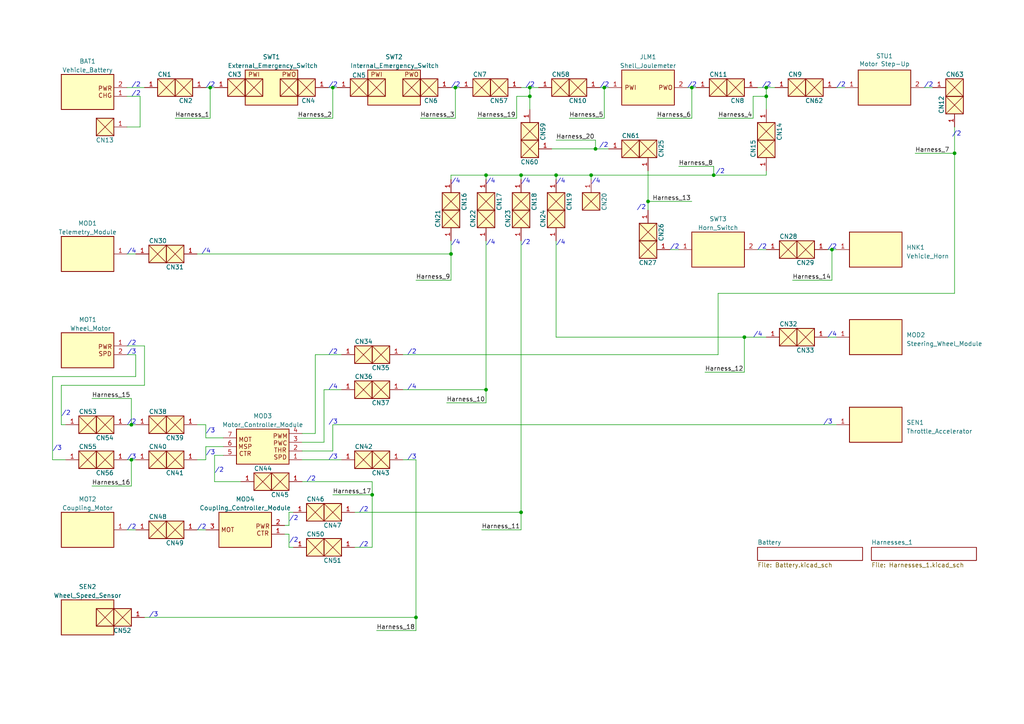
<source format=kicad_sch>
(kicad_sch (version 20231120) (generator "eeschema") (generator_version "8.0")
  (paper "A4")
  (title_block (title "Electrical Diagram - EcoMaua 2024 - Carbonasso") (date "2024-07-11") (rev "V1.0.0") (company "Instituto Mauá de Tecnologia"))
  (lib_symbols
    (symbol "EletricalDiagram_Eco2024:Coupling_Controller_Module" (pin_names (offset 1.016) hide)
      (property "Reference" "MOD" (at 0 6.35 0))
      (property "Value" "Coupling_Controller_Module\n" (at 0 -6.35 0))
      (symbol "Coupling_Controller_Module_1_0"
        (text "MOT" (at 5.08 0 0) (effects (font (size 1.27 1.27))))
      )
      (symbol "Coupling_Controller_Module_1_1"
        (rectangle (start -7.62 5.08) (end 7.62 -5.08) (stroke (width 0.254)) (fill (type background)))
        (text "PWR\nCTR" (at -5.08 0 0) (effects (font (size 1.27 1.27))))
        (pin passive line (at -11.43 1.27 0) (length 3.81) (name "Pin_1") (number "1"))
        (pin passive line (at -11.43 -1.27 0) (length 3.81) (name "Pin_2") (number "2"))
        (pin passive line (at 11.43 0 180) (length 3.81) (name "Pin_3") (number "3"))
      )
    )
    (symbol "EletricalDiagram_Eco2024:Coupling_Motor" (pin_names (offset 1.016) hide)
      (property "Reference" "MOT" (at 0 6.35 0))
      (property "Value" "Coupling_Motor\n" (at 0 -6.35 0))
      (symbol "Coupling_Motor_1_1"
        (rectangle (start -7.62 5.08) (end 7.62 -5.08) (stroke (width 0.254)) (fill (type background)))
        (pin passive line (at -11.43 0 0) (length 3.81) (name "Pin_1") (number "1"))
      )
    )
    (symbol "EletricalDiagram_Eco2024:Emergency_Switch" (pin_names (offset 1.016) hide)
      (property "Reference" "SWT" (at 0 6.35 0))
      (property "Value" "Emergency_Switch" (at 0 -6.35 0))
      (symbol "Emergency_Switch_0_1"
        (polyline (pts (xy -7.62 2.54) (xy -2.54 -2.54)))
        (polyline (pts (xy -2.54 2.54) (xy -7.62 -2.54)))
        (polyline (pts (xy 2.54 2.54) (xy 7.62 -2.54)))
        (polyline (pts (xy 7.62 2.54) (xy 2.54 -2.54)))
      )
      (symbol "Emergency_Switch_1_0"
        (text "PWI" (at -5.08 3.81 0) (effects (font (size 1.27 1.27))))
        (text "PWO" (at 5.08 3.81 0) (effects (font (size 1.27 1.27))))
      )
      (symbol "Emergency_Switch_1_1"
        (rectangle (start -7.62 2.54) (end -2.54 -2.54) (stroke (width 0.254)) (fill (type background)))
        (rectangle (start -7.62 5.08) (end 7.62 -5.08) (stroke (width 0.254)) (fill (type background)))
        (rectangle (start 2.54 2.54) (end 7.62 -2.54) (stroke (width 0.254)) (fill (type background)))
      )
    )
    (symbol "EletricalDiagram_Eco2024:Horn_Switch" (pin_names (offset 1.016) hide)
      (property "Reference" "SWT" (at 0 6.35 0))
      (property "Value" "Horn_Switch\n" (at 0 -6.35 0))
      (symbol "Horn_Switch_1_1"
        (rectangle (start -7.62 5.08) (end 7.62 -5.08) (stroke (width 0.254)) (fill (type background)))
        (pin passive line (at -11.43 0 0) (length 3.81) (name "Pin_1") (number "1"))
        (pin passive line (at 11.43 0 180) (length 3.81) (name "Pin_2") (number "2"))
      )
    )
    (symbol "EletricalDiagram_Eco2024:Motor_Controller_Module" (pin_names (offset 1.016) hide)
      (property "Reference" "MOD" (at 0 6.35 0))
      (property "Value" "Motor_Controller_Module\n" (at 0 -6.35 0))
      (symbol "Motor_Controller_Module_1_0"
        (text "MOT\nMSP\nCTR" (at 5.08 0 0) (effects (font (size 1.27 1.27))))
      )
      (symbol "Motor_Controller_Module_1_1"
        (rectangle (start -7.62 5.08) (end 7.62 -5.08) (stroke (width 0.254)) (fill (type background)))
        (text "PWM\nPWC\nTHR\nSPD" (at -5.08 0 0) (effects (font (size 1.27 1.27))))
        (pin passive line (at -11.43 3.81 0) (length 3.81) (name "Pin_1") (number "1"))
        (pin passive line (at -11.43 1.27 0) (length 3.81) (name "Pin_2") (number "2"))
        (pin passive line (at -11.43 -1.27 0) (length 3.81) (name "Pin_3") (number "3"))
        (pin passive line (at -11.43 -3.81 0) (length 3.81) (name "Pin_4") (number "4"))
        (pin passive line (at 11.43 2.54 180) (length 3.81) (name "Pin_5") (number "5"))
        (pin passive line (at 11.43 0 180) (length 3.81) (name "Pin_6") (number "6"))
        (pin passive line (at 11.43 -2.54 180) (length 3.81) (name "Pin_7") (number "7"))
      )
    )
    (symbol "EletricalDiagram_Eco2024:Shell_Joulemeter" (pin_names (offset 1.016) hide)
      (property "Reference" "JLM" (at 0 6.35 0))
      (property "Value" "Shell_Joulemeter\n" (at 0 -6.35 0))
      (symbol "Shell_Joulemeter_1_0"
        (text "PWO" (at 5.08 0 0) (effects (font (size 1.27 1.27))))
      )
      (symbol "Shell_Joulemeter_1_1"
        (rectangle (start -7.62 5.08) (end 7.62 -5.08) (stroke (width 0.254)) (fill (type background)))
        (text "PWI" (at -5.08 0 0) (effects (font (size 1.27 1.27))))
        (pin passive line (at -11.43 0 0) (length 3.81) (name "Pin_1") (number "1"))
        (pin passive line (at 11.43 0 180) (length 3.81) (name "Pin_2") (number "2"))
      )
    )
    (symbol "EletricalDiagram_Eco2024:Steering_Wheel_Module" (pin_names (offset 1.016) hide)
      (property "Reference" "MOD" (at 0 6.35 0))
      (property "Value" "Steering_Wheel_Module\n" (at 0 -6.35 0))
      (symbol "Steering_Wheel_Module_1_1"
        (rectangle (start -7.62 5.08) (end 7.62 -5.08) (stroke (width 0.254)) (fill (type background)))
        (pin passive line (at -11.43 0 0) (length 3.81) (name "Pin_1") (number "1"))
      )
    )
    (symbol "EletricalDiagram_Eco2024:Telemetry_Module" (pin_names (offset 1.016) hide)
      (property "Reference" "MOD" (at 0 6.35 0))
      (property "Value" "Telemetry_Module\n" (at 0 -6.35 0))
      (symbol "Telemetry_Module_1_1"
        (rectangle (start -7.62 5.08) (end 7.62 -5.08) (stroke (width 0.254)) (fill (type background)))
        (pin passive line (at -11.43 0 0) (length 3.81) (name "Pin_1") (number "1"))
      )
    )
    (symbol "EletricalDiagram_Eco2024:Throttle_Accelerator" (pin_names (offset 1.016) hide)
      (property "Reference" "SEN" (at 0 6.35 0))
      (property "Value" "Throttle_Accelerator\n" (at 0 -6.35 0))
      (symbol "Throttle_Accelerator_1_1"
        (rectangle (start -7.62 5.08) (end 7.62 -5.08) (stroke (width 0.254)) (fill (type background)))
        (pin passive line (at -11.43 0 0) (length 3.81) (name "Pin_1") (number "1"))
      )
    )
    (symbol "EletricalDiagram_Eco2024:Vehicle_Battery" (pin_names (offset 1.016) hide)
      (property "Reference" "BAT" (at 0 6.35 0))
      (property "Value" "Vehicle_Battery" (at 0 -6.35 0))
      (symbol "Vehicle_Battery_1_1"
        (rectangle (start -7.62 5.08) (end 7.62 -5.08) (stroke (width 0.254)) (fill (type background)))
        (text "PWR\nCHG" (at -5.08 0 0) (effects (font (size 1.27 1.27))))
        (pin passive line (at -11.43 1.27 0) (length 3.81) (name "Pin_1") (number "1"))
        (pin passive line (at -11.43 -1.27 0) (length 3.81) (name "Pin_2") (number "2"))
      )
    )
    (symbol "EletricalDiagram_Eco2024:Vehicle_Horn" (pin_names (offset 1.016) hide)
      (property "Reference" "HNK" (at 0 6.35 0))
      (property "Value" "Vehicle_Horn\n" (at 0 -6.35 0))
      (symbol "Vehicle_Horn_1_1"
        (rectangle (start -7.62 5.08) (end 7.62 -5.08) (stroke (width 0.254)) (fill (type background)))
        (pin passive line (at -11.43 0 0) (length 3.81) (name "Pin_1") (number "1"))
      )
    )
    (symbol "EletricalDiagram_Eco2024:Wheel_Motor" (pin_names (offset 1.016) hide)
      (property "Reference" "MOT" (at 0 6.35 0))
      (property "Value" "Wheel_Motor\n" (at 0 -6.35 0))
      (symbol "Wheel_Motor_1_1"
        (rectangle (start -7.62 5.08) (end 7.62 -5.08) (stroke (width 0.254)) (fill (type background)))
        (text "PWR\nSPD" (at -5.08 0 0) (effects (font (size 1.27 1.27))))
        (pin passive line (at -11.43 1.27 0) (length 3.81) (name "Pin_1") (number "1"))
        (pin passive line (at -11.43 -1.27 0) (length 3.81) (name "Pin_2") (number "2"))
      )
    )
    (symbol "EletricalDiagram_Eco2024:Wheel_Speed_Sensor" (pin_names (offset 1.016) hide)
      (property "Reference" "SEN" (at 0 6.35 0))
      (property "Value" "Wheel_Speed_Sensor\n" (at 0 -6.35 0))
      (symbol "Wheel_Speed_Sensor_0_1"
        (polyline (pts (xy -7.62 2.54) (xy -2.54 -2.54)))
        (polyline (pts (xy -2.54 2.54) (xy -7.62 -2.54)))
      )
      (symbol "Wheel_Speed_Sensor_1_1"
        (rectangle (start -7.62 2.54) (end -2.54 -2.54) (stroke (width 0.254)) (fill (type background)))
        (rectangle (start -7.62 5.08) (end 7.62 -5.08) (stroke (width 0.254)) (fill (type background)))
      )
    )
    (symbol "Eletrical_Diagram:Connector_Single" (pin_names (offset 1.016) hide)
      (property "Reference" "CN" (at 0 3.81 0))
      (property "Value" "Connector_Single" (at 0 -3.81 0))
      (symbol "Connector_Single_0_1"
        (polyline (pts (xy -2.54 2.54) (xy 2.54 -2.54)))
        (polyline (pts (xy 2.54 2.54) (xy -2.54 -2.54)))
      )
      (symbol "Connector_Single_1_1"
        (rectangle (start -2.54 2.54) (end 2.54 -2.54) (stroke (width 0.254)) (fill (type background)))
        (pin passive line (at -6.35 0 0) (length 3.81) (name "Pin_1") (number "1"))
      )
    )
  )
  (junction (at 207.01 50.8))
  (junction (at 153.67 25.4))
  (junction (at 200.66 25.4))
  (junction (at 151.13 148.59))
  (junction (at 96.52 25.4))
  (junction (at 120.65 179.07))
  (junction (at 140.97 50.8))
  (junction (at 153.67 27.94))
  (junction (at 130.81 73.66))
  (junction (at 38.1 133.35))
  (junction (at 222.25 25.4))
  (junction (at 107.95 143.51))
  (junction (at 161.29 50.8))
  (junction (at 172.72 43.18))
  (junction (at 222.25 27.94))
  (junction (at 38.1 123.19))
  (junction (at 140.97 113.03))
  (junction (at 276.86 44.45))
  (junction (at 60.96 25.4))
  (junction (at 175.26 25.4))
  (junction (at 132.08 25.4))
  (junction (at 151.13 50.8))
  (junction (at 187.96 58.42))
  (junction (at 171.45 50.8))
  (junction (at 241.3 72.39))
  (junction (at 215.9 97.79))
  (wire (pts (xy 62.23 132.08) (xy 62.23 139.7)))
  (wire (pts (xy 160.02 43.18) (xy 172.72 43.18)))
  (wire (pts (xy 93.98 128.27) (xy 93.98 113.03)))
  (wire (pts (xy 86.36 34.29) (xy 96.52 34.29)))
  (wire (pts (xy 96.52 123.19) (xy 96.52 130.81)))
  (wire (pts (xy 87.63 133.35) (xy 99.06 133.35)))
  (wire (pts (xy 38.1 133.35) (xy 39.37 133.35)))
  (wire (pts (xy 140.97 116.84) (xy 140.97 113.03)))
  (wire (pts (xy 207.01 48.26) (xy 207.01 50.8)))
  (wire (pts (xy 151.13 148.59) (xy 151.13 69.85)))
  (wire (pts (xy 229.87 81.28) (xy 241.3 81.28)))
  (wire (pts (xy 36.83 27.94) (xy 40.64 27.94)))
  (wire (pts (xy 149.86 27.94) (xy 153.67 27.94)))
  (wire (pts (xy 39.37 109.22) (xy 15.24 109.22)))
  (wire (pts (xy 38.1 115.57) (xy 38.1 123.19)))
  (wire (pts (xy 151.13 50.8) (xy 151.13 52.07)))
  (wire (pts (xy 38.1 133.35) (xy 38.1 140.97)))
  (wire (pts (xy 151.13 25.4) (xy 153.67 25.4)))
  (wire (pts (xy 138.43 34.29) (xy 149.86 34.29)))
  (wire (pts (xy 130.81 73.66) (xy 130.81 81.28)))
  (wire (pts (xy 161.29 50.8) (xy 171.45 50.8)))
  (wire (pts (xy 222.25 27.94) (xy 222.25 31.75)))
  (wire (pts (xy 199.39 25.4) (xy 200.66 25.4)))
  (wire (pts (xy 62.23 139.7) (xy 69.85 139.7)))
  (wire (pts (xy 116.84 102.87) (xy 208.28 102.87)))
  (wire (pts (xy 38.1 123.19) (xy 39.37 123.19)))
  (wire (pts (xy 96.52 34.29) (xy 96.52 25.4)))
  (wire (pts (xy 91.44 102.87) (xy 99.06 102.87)))
  (wire (pts (xy 130.81 73.66) (xy 130.81 69.85)))
  (wire (pts (xy 132.08 34.29) (xy 132.08 25.4)))
  (wire (pts (xy 57.15 153.67) (xy 59.69 153.67)))
  (wire (pts (xy 36.83 153.67) (xy 39.37 153.67)))
  (wire (pts (xy 215.9 97.79) (xy 161.29 97.79)))
  (wire (pts (xy 96.52 143.51) (xy 107.95 143.51)))
  (wire (pts (xy 240.03 72.39) (xy 241.3 72.39)))
  (wire (pts (xy 153.67 25.4) (xy 156.21 25.4)))
  (wire (pts (xy 96.52 123.19) (xy 242.57 123.19)))
  (wire (pts (xy 60.96 34.29) (xy 60.96 25.4)))
  (wire (pts (xy 91.44 125.73) (xy 91.44 102.87)))
  (wire (pts (xy 102.87 158.75) (xy 107.95 158.75)))
  (wire (pts (xy 204.47 107.95) (xy 215.9 107.95)))
  (wire (pts (xy 171.45 50.8) (xy 207.01 50.8)))
  (wire (pts (xy 36.83 73.66) (xy 39.37 73.66)))
  (wire (pts (xy 140.97 50.8) (xy 140.97 52.07)))
  (wire (pts (xy 102.87 148.59) (xy 151.13 148.59)))
  (wire (pts (xy 83.82 158.75) (xy 85.09 158.75)))
  (wire (pts (xy 36.83 123.19) (xy 38.1 123.19)))
  (wire (pts (xy 109.22 182.88) (xy 120.65 182.88)))
  (wire (pts (xy 130.81 52.07) (xy 130.81 50.8)))
  (wire (pts (xy 107.95 143.51) (xy 107.95 158.75)))
  (wire (pts (xy 60.96 25.4) (xy 62.23 25.4)))
  (wire (pts (xy 208.28 102.87) (xy 208.28 85.09)))
  (wire (pts (xy 265.43 44.45) (xy 276.86 44.45)))
  (wire (pts (xy 161.29 40.64) (xy 172.72 40.64)))
  (wire (pts (xy 120.65 133.35) (xy 116.84 133.35)))
  (wire (pts (xy 218.44 34.29) (xy 218.44 27.94)))
  (wire (pts (xy 64.77 129.54) (xy 59.69 129.54)))
  (wire (pts (xy 107.95 139.7) (xy 107.95 143.51)))
  (wire (pts (xy 64.77 127) (xy 59.69 127)))
  (wire (pts (xy 171.45 52.07) (xy 171.45 50.8)))
  (wire (pts (xy 190.5 34.29) (xy 200.66 34.29)))
  (wire (pts (xy 87.63 139.7) (xy 107.95 139.7)))
  (wire (pts (xy 83.82 154.94) (xy 83.82 158.75)))
  (wire (pts (xy 161.29 50.8) (xy 161.29 52.07)))
  (wire (pts (xy 172.72 43.18) (xy 176.53 43.18)))
  (wire (pts (xy 222.25 25.4) (xy 224.79 25.4)))
  (wire (pts (xy 130.81 25.4) (xy 132.08 25.4)))
  (wire (pts (xy 59.69 127) (xy 59.69 123.19)))
  (wire (pts (xy 36.83 102.87) (xy 39.37 102.87)))
  (wire (pts (xy 200.66 34.29) (xy 200.66 25.4)))
  (wire (pts (xy 17.78 123.19) (xy 19.05 123.19)))
  (wire (pts (xy 218.44 27.94) (xy 222.25 27.94)))
  (wire (pts (xy 267.97 25.4) (xy 270.51 25.4)))
  (wire (pts (xy 36.83 25.4) (xy 41.91 25.4)))
  (wire (pts (xy 151.13 153.67) (xy 151.13 148.59)))
  (wire (pts (xy 215.9 107.95) (xy 215.9 97.79)))
  (wire (pts (xy 276.86 36.83) (xy 276.86 44.45)))
  (wire (pts (xy 130.81 50.8) (xy 140.97 50.8)))
  (wire (pts (xy 175.26 34.29) (xy 175.26 25.4)))
  (wire (pts (xy 17.78 111.76) (xy 17.78 123.19)))
  (wire (pts (xy 139.7 153.67) (xy 151.13 153.67)))
  (wire (pts (xy 222.25 25.4) (xy 222.25 27.94)))
  (wire (pts (xy 19.05 133.35) (xy 15.24 133.35)))
  (wire (pts (xy 151.13 50.8) (xy 161.29 50.8)))
  (wire (pts (xy 82.55 154.94) (xy 83.82 154.94)))
  (wire (pts (xy 200.66 25.4) (xy 201.93 25.4)))
  (wire (pts (xy 241.3 81.28) (xy 241.3 72.39)))
  (wire (pts (xy 26.67 115.57) (xy 38.1 115.57)))
  (wire (pts (xy 222.25 97.79) (xy 215.9 97.79)))
  (wire (pts (xy 40.64 27.94) (xy 40.64 36.83)))
  (wire (pts (xy 140.97 69.85) (xy 140.97 113.03)))
  (wire (pts (xy 187.96 58.42) (xy 200.66 58.42)))
  (wire (pts (xy 93.98 113.03) (xy 99.06 113.03)))
  (wire (pts (xy 41.91 100.33) (xy 36.83 100.33)))
  (wire (pts (xy 241.3 72.39) (xy 242.57 72.39)))
  (wire (pts (xy 165.1 34.29) (xy 175.26 34.29)))
  (wire (pts (xy 207.01 48.26) (xy 196.85 48.26)))
  (wire (pts (xy 175.26 25.4) (xy 176.53 25.4)))
  (wire (pts (xy 208.28 34.29) (xy 218.44 34.29)))
  (wire (pts (xy 26.67 140.97) (xy 38.1 140.97)))
  (wire (pts (xy 59.69 123.19) (xy 57.15 123.19)))
  (wire (pts (xy 96.52 130.81) (xy 87.63 130.81)))
  (wire (pts (xy 153.67 25.4) (xy 153.67 27.94)))
  (wire (pts (xy 219.71 25.4) (xy 222.25 25.4)))
  (wire (pts (xy 59.69 129.54) (xy 59.69 133.35)))
  (wire (pts (xy 173.99 25.4) (xy 175.26 25.4)))
  (wire (pts (xy 82.55 152.4) (xy 83.82 152.4)))
  (wire (pts (xy 36.83 133.35) (xy 38.1 133.35)))
  (wire (pts (xy 276.86 44.45) (xy 276.86 85.09)))
  (wire (pts (xy 83.82 148.59) (xy 85.09 148.59)))
  (wire (pts (xy 57.15 73.66) (xy 130.81 73.66)))
  (wire (pts (xy 194.31 72.39) (xy 196.85 72.39)))
  (wire (pts (xy 87.63 128.27) (xy 93.98 128.27)))
  (wire (pts (xy 129.54 116.84) (xy 140.97 116.84)))
  (wire (pts (xy 240.03 97.79) (xy 242.57 97.79)))
  (wire (pts (xy 96.52 25.4) (xy 97.79 25.4)))
  (wire (pts (xy 50.8 34.29) (xy 60.96 34.29)))
  (wire (pts (xy 161.29 97.79) (xy 161.29 69.85)))
  (wire (pts (xy 132.08 25.4) (xy 133.35 25.4)))
  (wire (pts (xy 40.64 36.83) (xy 36.83 36.83)))
  (wire (pts (xy 242.57 25.4) (xy 245.11 25.4)))
  (wire (pts (xy 140.97 50.8) (xy 151.13 50.8)))
  (wire (pts (xy 208.28 85.09) (xy 276.86 85.09)))
  (wire (pts (xy 153.67 27.94) (xy 153.67 31.75)))
  (wire (pts (xy 39.37 102.87) (xy 39.37 109.22)))
  (wire (pts (xy 222.25 50.8) (xy 222.25 49.53)))
  (wire (pts (xy 59.69 133.35) (xy 57.15 133.35)))
  (wire (pts (xy 83.82 152.4) (xy 83.82 148.59)))
  (wire (pts (xy 15.24 109.22) (xy 15.24 133.35)))
  (wire (pts (xy 120.65 179.07) (xy 120.65 133.35)))
  (wire (pts (xy 187.96 58.42) (xy 187.96 49.53)))
  (wire (pts (xy 120.65 81.28) (xy 130.81 81.28)))
  (wire (pts (xy 95.25 25.4) (xy 96.52 25.4)))
  (wire (pts (xy 120.65 182.88) (xy 120.65 179.07)))
  (wire (pts (xy 121.92 34.29) (xy 132.08 34.29)))
  (wire (pts (xy 149.86 27.94) (xy 149.86 34.29)))
  (wire (pts (xy 187.96 60.96) (xy 187.96 58.42)))
  (wire (pts (xy 41.91 179.07) (xy 120.65 179.07)))
  (wire (pts (xy 17.78 111.76) (xy 41.91 111.76)))
  (wire (pts (xy 59.69 25.4) (xy 60.96 25.4)))
  (wire (pts (xy 41.91 111.76) (xy 41.91 100.33)))
  (wire (pts (xy 87.63 125.73) (xy 91.44 125.73)))
  (wire (pts (xy 219.71 72.39) (xy 222.25 72.39)))
  (wire (pts (xy 116.84 113.03) (xy 140.97 113.03)))
  (wire (pts (xy 222.25 50.8) (xy 207.01 50.8)))
  (wire (pts (xy 64.77 132.08) (xy 62.23 132.08)))
  (wire (pts (xy 172.72 40.64) (xy 172.72 43.18)))
  (text "/4" (at 240.03 97.79 0) (effects (font (size 1.27 1.27)) (justify left bottom)))
  (text "/2" (at 57.15 153.67 0) (effects (font (size 1.27 1.27)) (justify left bottom)))
  (text "/4" (at 161.29 71.12 0) (effects (font (size 1.27 1.27)) (justify left bottom)))
  (text "/2" (at 199.39 25.4 0) (effects (font (size 1.27 1.27)) (justify left bottom)))
  (text "/4" (at 58.42 73.66 0) (effects (font (size 1.27 1.27)) (justify left bottom)))
  (text "/2" (at 62.23 137.16 0) (effects (font (size 1.27 1.27)) (justify left bottom)))
  (text "/4" (at 171.45 53.34 0) (effects (font (size 1.27 1.27)) (justify left bottom)))
  (text "/2" (at 267.97 25.4 0) (effects (font (size 1.27 1.27)) (justify left bottom)))
  (text "/2" (at 36.83 153.67 0) (effects (font (size 1.27 1.27)) (justify left bottom)))
  (text "/2" (at 118.11 102.87 0) (effects (font (size 1.27 1.27)) (justify left bottom)))
  (text "/2" (at 95.25 25.4 0) (effects (font (size 1.27 1.27)) (justify left bottom)))
  (text "/2" (at 220.98 25.4 0) (effects (font (size 1.27 1.27)) (justify left bottom)))
  (text "/2" (at 173.99 25.4 0) (effects (font (size 1.27 1.27)) (justify left bottom)))
  (text "/4" (at 36.83 73.66 0) (effects (font (size 1.27 1.27)) (justify left bottom)))
  (text "/2" (at 36.83 123.19 0) (effects (font (size 1.27 1.27)) (justify left bottom)))
  (text "/2" (at 59.69 25.4 0) (effects (font (size 1.27 1.27)) (justify left bottom)))
  (text "/2" (at 151.13 71.12 0) (effects (font (size 1.27 1.27)) (justify left bottom)))
  (text "/2" (at 83.82 151.13 0) (effects (font (size 1.27 1.27)) (justify left bottom)))
  (text "/3" (at 36.83 102.87 0) (effects (font (size 1.27 1.27)) (justify left bottom)))
  (text "/2" (at 184.658 60.96 0) (effects (font (size 1.27 1.27)) (justify left bottom)))
  (text "/3" (at 95.25 133.35 0) (effects (font (size 1.27 1.27)) (justify left bottom)))
  (text "/3" (at 36.83 133.35 0) (effects (font (size 1.27 1.27)) (justify left bottom)))
  (text "/2" (at 240.03 72.39 0) (effects (font (size 1.27 1.27)) (justify left bottom)))
  (text "/4" (at 140.97 53.34 0) (effects (font (size 1.27 1.27)) (justify left bottom)))
  (text "/3" (at 15.24 130.81 0) (effects (font (size 1.27 1.27)) (justify left bottom)))
  (text "/3" (at 59.69 132.08 0) (effects (font (size 1.27 1.27)) (justify left bottom)))
  (text "/4" (at 95.25 113.03 0) (effects (font (size 1.27 1.27)) (justify left bottom)))
  (text "/4" (at 218.44 97.79 0) (effects (font (size 1.27 1.27)) (justify left bottom)))
  (text "/2" (at 152.4 25.4 0) (effects (font (size 1.27 1.27)) (justify left bottom)))
  (text "/2" (at 36.83 100.33 0) (effects (font (size 1.27 1.27)) (justify left bottom)))
  (text "/4" (at 161.29 53.34 0) (effects (font (size 1.27 1.27)) (justify left bottom)))
  (text "/2" (at 38.1 25.4 0) (effects (font (size 1.27 1.27)) (justify left bottom)))
  (text "/2" (at 95.25 102.87 0) (effects (font (size 1.27 1.27)) (justify left bottom)))
  (text "/2" (at 207.518 50.546 0) (effects (font (size 1.27 1.27)) (justify left bottom)))
  (text "/2" (at 173.736 42.926 0) (effects (font (size 1.27 1.27)) (justify left bottom)))
  (text "/4" (at 151.13 53.34 0) (effects (font (size 1.27 1.27)) (justify left bottom)))
  (text "/2" (at 104.14 148.59 0) (effects (font (size 1.27 1.27)) (justify left bottom)))
  (text "/3" (at 59.69 125.73 0) (effects (font (size 1.27 1.27)) (justify left bottom)))
  (text "/4" (at 140.97 71.12 0) (effects (font (size 1.27 1.27)) (justify left bottom)))
  (text "/2" (at 276.098 39.624 0) (effects (font (size 1.27 1.27)) (justify left bottom)))
  (text "/3" (at 238.76 123.19 0) (effects (font (size 1.27 1.27)) (justify left bottom)))
  (text "/4" (at 130.81 53.34 0) (effects (font (size 1.27 1.27)) (justify left bottom)))
  (text "/2" (at 17.78 120.65 0) (effects (font (size 1.27 1.27)) (justify left bottom)))
  (text "/2" (at 38.1 27.94 0) (effects (font (size 1.27 1.27)) (justify left bottom)))
  (text "/2" (at 83.82 157.48 0) (effects (font (size 1.27 1.27)) (justify left bottom)))
  (text "/2" (at 219.71 72.39 0) (effects (font (size 1.27 1.27)) (justify left bottom)))
  (text "/4" (at 130.81 71.12 0) (effects (font (size 1.27 1.27)) (justify left bottom)))
  (text "/4" (at 118.11 113.03 0) (effects (font (size 1.27 1.27)) (justify left bottom)))
  (text "/3" (at 43.18 179.07 0) (effects (font (size 1.27 1.27)) (justify left bottom)))
  (text "/3" (at 95.25 123.19 0) (effects (font (size 1.27 1.27)) (justify left bottom)))
  (text "/2" (at 88.9 139.7 0) (effects (font (size 1.27 1.27)) (justify left bottom)))
  (text "/2" (at 130.81 25.4 0) (effects (font (size 1.27 1.27)) (justify left bottom)))
  (text "/2" (at 194.31 72.39 0) (effects (font (size 1.27 1.27)) (justify left bottom)))
  (text "/2" (at 242.57 25.4 0) (effects (font (size 1.27 1.27)) (justify left bottom)))
  (text "/2" (at 104.14 158.75 0) (effects (font (size 1.27 1.27)) (justify left bottom)))
  (text "/3" (at 118.11 133.35 0) (effects (font (size 1.27 1.27)) (justify left bottom)))
  (label "Harness_15" (at 26.67 115.57 0))
  (label "Harness_12" (at 204.47 107.95 0))
  (label "Harness_13" (at 189.23 58.42 0))
  (label "Harness_7" (at 265.43 44.45 0))
  (label "Harness_9" (at 120.65 81.28 0))
  (label "Harness_4" (at 208.28 34.29 0))
  (label "Harness_5" (at 165.1 34.29 0))
  (label "Harness_2" (at 86.36 34.29 0))
  (label "Harness_20" (at 161.29 40.64 0))
  (label "Harness_18" (at 109.22 182.88 0))
  (label "Harness_1" (at 50.8 34.29 0))
  (label "Harness_19" (at 138.43 34.29 0))
  (label "Harness_10" (at 129.54 116.84 0))
  (label "Harness_14" (at 229.87 81.28 0))
  (label "Harness_11" (at 139.7 153.67 0))
  (label "Harness_17" (at 96.52 143.51 0))
  (label "Harness_8" (at 196.85 48.26 0))
  (label "Harness_3" (at 121.92 34.29 0))
  (label "Harness_16" (at 26.67 140.97 0))
  (label "Harness_6" (at 190.5 34.29 0))
  (symbol (lib_id "Eletrical_Diagram:Connector_Single") (at 151.13 63.5 90) (unit 1)
    (property "Reference" "CN23" (at 147.32 66.04 0) (effects (justify left)))
    (property "Value" "Connector_Single" (effects (hide yes)))
  )
  (symbol (lib_id "Eletrical_Diagram:Connector_Single") (at 88.9 25.4 180) (unit 1)
    (property "Reference" "CN4" (at 91.44 29.21 0) (effects (justify left)))
    (property "Value" "Connector_Single" (effects (hide yes)))
  )
  (symbol (lib_id "EletricalDiagram_Eco2024:Shell_Joulemeter") (at 187.96 25.4 0) (unit 1)
    (property "Reference" "JLM1" (at 187.96 16.51 0))
    (property "Value" "Shell_Joulemeter" (at 187.96 19.05 0))
  )
  (symbol (lib_id "Eletrical_Diagram:Connector_Single") (at 236.22 25.4 180) (unit 1)
    (property "Reference" "CN62" (at 238.76 29.21 0) (effects (justify left)))
    (property "Value" "Connector_Single" (effects (hide yes)))
  )
  (symbol (lib_id "Eletrical_Diagram:Connector_Single") (at 91.44 158.75 0) (unit 1)
    (property "Reference" "CN50" (at 88.9 154.94 0) (effects (justify left)))
    (property "Value" "Connector_Single" (effects (hide yes)))
  )
  (symbol (lib_id "EletricalDiagram_Eco2024:Coupling_Controller_Module") (at 71.12 153.67 180) (unit 1)
    (property "Reference" "MOD4" (at 71.12 144.78 0))
    (property "Value" "Coupling_Controller_Module" (at 71.12 147.32 0))
  )
  (symbol (lib_id "EletricalDiagram_Eco2024:Coupling_Motor") (at 25.4 153.67 180) (unit 1)
    (property "Reference" "MOT2" (at 25.4 144.78 0))
    (property "Value" "Coupling_Motor" (at 25.4 147.32 0))
  )
  (symbol (lib_id "Eletrical_Diagram:Connector_Single") (at 187.96 67.31 270) (unit 1)
    (property "Reference" "CN26" (at 191.77 64.77 0) (effects (justify left)))
    (property "Value" "Connector_Single" (effects (hide yes)))
  )
  (symbol (lib_id "Eletrical_Diagram:Connector_Single") (at 68.58 25.4 0) (unit 1)
    (property "Reference" "CN3" (at 66.04 21.59 0) (effects (justify left)))
    (property "Value" "Connector_Single" (effects (hide yes)))
  )
  (symbol (lib_id "Eletrical_Diagram:Connector_Single") (at 91.44 148.59 0) (unit 1)
    (property "Reference" "CN46" (at 88.9 144.78 0) (effects (justify left)))
    (property "Value" "Connector_Single" (effects (hide yes)))
  )
  (symbol (lib_id "Eletrical_Diagram:Connector_Single") (at 30.48 133.35 180) (unit 1)
    (property "Reference" "CN56" (at 33.02 137.16 0) (effects (justify left)))
    (property "Value" "Connector_Single" (effects (hide yes)))
  )
  (symbol (lib_id "Eletrical_Diagram:Connector_Single") (at 144.78 25.4 180) (unit 1)
    (property "Reference" "CN57" (at 147.32 29.21 0) (effects (justify left)))
    (property "Value" "Connector_Single" (effects (hide yes)))
  )
  (symbol (lib_id "Eletrical_Diagram:Connector_Single") (at 233.68 97.79 180) (unit 1)
    (property "Reference" "CN33" (at 236.22 101.6 0) (effects (justify left)))
    (property "Value" "Connector_Single" (effects (hide yes)))
  )
  (symbol (lib_id "Eletrical_Diagram:Connector_Single") (at 231.14 25.4 0) (unit 1)
    (property "Reference" "CN9" (at 228.6 21.59 0) (effects (justify left)))
    (property "Value" "Connector_Single" (effects (hide yes)))
  )
  (symbol (lib_id "Eletrical_Diagram:Connector_Single") (at 162.56 25.4 0) (unit 1)
    (property "Reference" "CN58" (at 160.02 21.59 0) (effects (justify left)))
    (property "Value" "Connector_Single" (effects (hide yes)))
  )
  (symbol (lib_id "Eletrical_Diagram:Connector_Single") (at 105.41 102.87 0) (unit 1)
    (property "Reference" "CN34" (at 102.87 99.06 0) (effects (justify left)))
    (property "Value" "Connector_Single" (effects (hide yes)))
  )
  (symbol (lib_id "Eletrical_Diagram:Connector_Single") (at 161.29 58.42 270) (unit 1)
    (property "Reference" "CN19" (at 165.1 55.88 0) (effects (justify left)))
    (property "Value" "Connector_Single" (effects (hide yes)))
  )
  (symbol (lib_id "Eletrical_Diagram:Connector_Single") (at 153.67 43.18 180) (unit 1)
    (property "Reference" "CN60" (at 156.21 46.99 0) (effects (justify left)))
    (property "Value" "Connector_Single" (effects (hide yes)))
  )
  (symbol (lib_id "Eletrical_Diagram:Connector_Single") (at 104.14 25.4 0) (unit 1)
    (property "Reference" "CN5" (at 102.108 21.844 0) (effects (justify left)))
    (property "Value" "Connector_Single" (effects (hide yes)))
  )
  (symbol (lib_id "EletricalDiagram_Eco2024:Emergency_Switch") (at 78.74 25.4 0) (unit 1)
    (property "Reference" "SWT1" (at 76.2 16.51 0) (effects (justify left)))
    (property "Value" "External_Emergency_Switch" (at 66.04 19.05 0) (effects (justify left)))
  )
  (symbol (lib_id "Eletrical_Diagram:Connector_Single") (at 187.96 72.39 180) (unit 1)
    (property "Reference" "CN27" (at 190.5 76.2 0) (effects (justify left)))
    (property "Value" "Connector_Single" (effects (hide yes)))
  )
  (symbol (lib_id "Eletrical_Diagram:Connector_Single") (at 50.8 153.67 180) (unit 1)
    (property "Reference" "CN49" (at 53.34 157.48 0) (effects (justify left)))
    (property "Value" "Connector_Single" (effects (hide yes)))
  )
  (symbol (lib_id "Eletrical_Diagram:Connector_Single") (at 35.56 179.07 180) (unit 1)
    (property "Reference" "CN52" (at 38.1 182.88 0) (effects (justify left)))
    (property "Value" "Connector_Single" (effects (hide yes)))
  )
  (symbol (lib_id "Eletrical_Diagram:Connector_Single") (at 151.13 58.42 270) (unit 1)
    (property "Reference" "CN18" (at 154.94 55.88 0) (effects (justify left)))
    (property "Value" "Connector_Single" (effects (hide yes)))
  )
  (symbol (lib_id "Eletrical_Diagram:Connector_Single") (at 140.97 63.5 90) (unit 1)
    (property "Reference" "CN22" (at 137.16 66.04 0) (effects (justify left)))
    (property "Value" "Connector_Single" (effects (hide yes)))
  )
  (symbol (lib_id "Eletrical_Diagram:Connector_Single") (at 105.41 133.35 0) (unit 1)
    (property "Reference" "CN42" (at 102.87 129.54 0) (effects (justify left)))
    (property "Value" "Connector_Single" (effects (hide yes)))
  )
  (symbol (lib_id "Eletrical_Diagram:Connector_Single") (at 76.2 139.7 0) (unit 1)
    (property "Reference" "CN44" (at 73.66 135.89 0) (effects (justify left)))
    (property "Value" "Connector_Single" (effects (hide yes)))
  )
  (symbol (lib_id "Eletrical_Diagram:Connector_Single") (at 213.36 25.4 180) (unit 1)
    (property "Reference" "CN8" (at 215.9 29.21 0) (effects (justify left)))
    (property "Value" "Connector_Single" (effects (hide yes)))
  )
  (symbol (lib_id "Eletrical_Diagram:Connector_Single") (at 30.48 123.19 180) (unit 1)
    (property "Reference" "CN54" (at 33.02 127 0) (effects (justify left)))
    (property "Value" "Connector_Single" (effects (hide yes)))
  )
  (symbol (lib_id "Eletrical_Diagram:Connector_Single") (at 45.72 133.35 0) (unit 1)
    (property "Reference" "CN40" (at 43.18 129.54 0) (effects (justify left)))
    (property "Value" "Connector_Single" (effects (hide yes)))
  )
  (symbol (lib_id "Eletrical_Diagram:Connector_Single") (at 153.67 38.1 270) (unit 1)
    (property "Reference" "CN59" (at 157.48 35.56 0) (effects (justify left)))
    (property "Value" "Connector_Single" (effects (hide yes)))
  )
  (symbol (lib_id "Eletrical_Diagram:Connector_Single") (at 130.81 58.42 270) (unit 1)
    (property "Reference" "CN16" (at 134.62 55.88 0) (effects (justify left)))
    (property "Value" "Connector_Single" (effects (hide yes)))
  )
  (symbol (lib_id "Eletrical_Diagram:Connector_Single") (at 110.49 102.87 180) (unit 1)
    (property "Reference" "CN35" (at 113.03 106.68 0) (effects (justify left)))
    (property "Value" "Connector_Single" (effects (hide yes)))
  )
  (symbol (lib_id "Eletrical_Diagram:Connector_Single") (at 187.96 43.18 90) (unit 1)
    (property "Reference" "CN25" (at 191.77 45.72 0) (effects (justify left)))
    (property "Value" "Connector_Single" (effects (hide yes)))
  )
  (symbol (lib_id "EletricalDiagram_Eco2024:Wheel_Speed_Sensor") (at 25.4 179.07 180) (unit 1)
    (property "Reference" "SEN2" (at 25.4 170.18 0))
    (property "Value" "Wheel_Speed_Sensor" (at 25.4 172.72 0))
  )
  (symbol (lib_id "EletricalDiagram_Eco2024:Vehicle_Battery") (at 25.4 26.67 180) (unit 1)
    (property "Reference" "BAT1" (at 25.4 17.78 0))
    (property "Value" "Vehicle_Battery" (at 25.4 20.32 0))
  )
  (symbol (lib_id "Eletrical_Diagram:Connector_Single") (at 110.49 133.35 180) (unit 1)
    (property "Reference" "CN43" (at 113.03 137.16 0) (effects (justify left)))
    (property "Value" "Connector_Single" (effects (hide yes)))
  )
  (symbol (lib_id "Eletrical_Diagram:Connector_Single") (at 222.25 38.1 270) (unit 1)
    (property "Reference" "CN14" (at 226.06 35.56 0) (effects (justify left)))
    (property "Value" "Connector_Single" (effects (hide yes)))
  )
  (symbol (lib_id "Eletrical_Diagram:Connector_Single") (at 233.68 72.39 180) (unit 1)
    (property "Reference" "CN29" (at 236.22 76.2 0) (effects (justify left)))
    (property "Value" "Connector_Single" (effects (hide yes)))
  )
  (symbol (lib_id "Eletrical_Diagram:Connector_Single") (at 161.29 63.5 90) (unit 1)
    (property "Reference" "CN24" (at 157.48 66.04 0) (effects (justify left)))
    (property "Value" "Connector_Single" (effects (hide yes)))
  )
  (symbol (lib_id "Eletrical_Diagram:Connector_Single") (at 110.49 113.03 180) (unit 1)
    (property "Reference" "CN37" (at 113.03 116.84 0) (effects (justify left)))
    (property "Value" "Connector_Single" (effects (hide yes)))
  )
  (symbol (lib_id "Eletrical_Diagram:Connector_Single") (at 171.45 58.42 270) (unit 1)
    (property "Reference" "CN20" (at 175.26 55.88 0) (effects (justify left)))
    (property "Value" "Connector_Single" (effects (hide yes)))
  )
  (symbol (lib_id "Eletrical_Diagram:Connector_Single") (at 53.34 25.4 180) (unit 1)
    (property "Reference" "CN2" (at 55.88 29.21 0) (effects (justify left)))
    (property "Value" "Connector_Single" (effects (hide yes)))
  )
  (symbol (lib_id "EletricalDiagram_Eco2024:Motor_Controller_Module") (at 76.2 129.54 180) (unit 1)
    (property "Reference" "MOD3" (at 76.2 120.65 0))
    (property "Value" "Motor_Controller_Module" (at 76.2 123.19 0))
  )
  (symbol (lib_id "Eletrical_Diagram:Connector_Single") (at 96.52 148.59 180) (unit 1)
    (property "Reference" "CN47" (at 99.06 152.4 0) (effects (justify left)))
    (property "Value" "Connector_Single" (effects (hide yes)))
  )
  (symbol (lib_id "Eletrical_Diagram:Connector_Single") (at 25.4 133.35 0) (unit 1)
    (property "Reference" "CN55" (at 22.86 129.54 0) (effects (justify left)))
    (property "Value" "Connector_Single" (effects (hide yes)))
  )
  (symbol (lib_id "EletricalDiagram_Eco2024:Horn_Switch") (at 256.54 25.4 0) (unit 1)
    (property "Reference" "STU1" (at 256.54 16.256 0))
    (property "Value" "Motor Step-Up" (at 256.54 18.542 0))
  )
  (symbol (lib_id "Eletrical_Diagram:Connector_Single") (at 81.28 139.7 180) (unit 1)
    (property "Reference" "CN45" (at 83.82 143.51 0) (effects (justify left)))
    (property "Value" "Connector_Single" (effects (hide yes)))
  )
  (symbol (lib_id "Eletrical_Diagram:Connector_Single") (at 208.28 25.4 0) (unit 1)
    (property "Reference" "CN11" (at 205.74 21.59 0) (effects (justify left)))
    (property "Value" "Connector_Single" (effects (hide yes)))
  )
  (symbol (lib_id "Eletrical_Diagram:Connector_Single") (at 45.72 153.67 0) (unit 1)
    (property "Reference" "CN48" (at 43.18 149.86 0) (effects (justify left)))
    (property "Value" "Connector_Single" (effects (hide yes)))
  )
  (symbol (lib_id "EletricalDiagram_Eco2024:Emergency_Switch") (at 114.3 25.4 0) (unit 1)
    (property "Reference" "SWT2" (at 111.76 16.51 0) (effects (justify left)))
    (property "Value" "Internal_Emergency_Switch" (at 101.6 19.05 0) (effects (justify left)))
  )
  (symbol (lib_id "EletricalDiagram_Eco2024:Throttle_Accelerator") (at 254 123.19 0) (unit 1)
    (property "Reference" "SEN1" (at 262.89 122.555 0) (effects (justify left)))
    (property "Value" "Throttle_Accelerator" (at 262.89 125.095 0) (effects (justify left)))
  )
  (symbol (lib_id "EletricalDiagram_Eco2024:Steering_Wheel_Module") (at 254 97.79 0) (unit 1)
    (property "Reference" "MOD2" (at 262.89 97.155 0) (effects (justify left)))
    (property "Value" "Steering_Wheel_Module" (at 262.89 99.695 0) (effects (justify left)))
  )
  (symbol (lib_id "Eletrical_Diagram:Connector_Single") (at 167.64 25.4 180) (unit 1)
    (property "Reference" "CN10" (at 170.18 29.21 0) (effects (justify left)))
    (property "Value" "Connector_Single" (effects (hide yes)))
  )
  (symbol (lib_id "Eletrical_Diagram:Connector_Single") (at 45.72 73.66 0) (unit 1)
    (property "Reference" "CN30" (at 43.18 69.85 0) (effects (justify left)))
    (property "Value" "Connector_Single" (effects (hide yes)))
  )
  (symbol (lib_id "Eletrical_Diagram:Connector_Single") (at 30.48 36.83 180) (unit 1)
    (property "Reference" "CN13" (at 33.02 40.64 0) (effects (justify left)))
    (property "Value" "Connector_Single" (effects (hide yes)))
  )
  (symbol (lib_id "Eletrical_Diagram:Connector_Single") (at 124.46 25.4 180) (unit 1)
    (property "Reference" "CN6" (at 127 29.21 0) (effects (justify left)))
    (property "Value" "Connector_Single" (effects (hide yes)))
  )
  (symbol (lib_id "Eletrical_Diagram:Connector_Single") (at 139.7 25.4 0) (unit 1)
    (property "Reference" "CN7" (at 137.16 21.59 0) (effects (justify left)))
    (property "Value" "Connector_Single" (effects (hide yes)))
  )
  (symbol (lib_id "Eletrical_Diagram:Connector_Single") (at 45.72 123.19 0) (unit 1)
    (property "Reference" "CN38" (at 43.18 119.38 0) (effects (justify left)))
    (property "Value" "Connector_Single" (effects (hide yes)))
  )
  (symbol (lib_id "Eletrical_Diagram:Connector_Single") (at 130.81 63.5 90) (unit 1)
    (property "Reference" "CN21" (at 127 66.04 0) (effects (justify left)))
    (property "Value" "Connector_Single" (effects (hide yes)))
  )
  (symbol (lib_id "Eletrical_Diagram:Connector_Single") (at 276.86 30.48 90) (unit 1)
    (property "Reference" "CN12" (at 273.05 33.02 0) (effects (justify left)))
    (property "Value" "Connector_Single" (effects (hide yes)))
  )
  (symbol (lib_id "EletricalDiagram_Eco2024:Wheel_Motor") (at 25.4 101.6 0) (mirror y) (unit 1)
    (property "Reference" "MOT1" (at 22.86 92.71 0) (effects (justify right)))
    (property "Value" "Wheel_Motor" (at 20.32 95.25 0) (effects (justify right)))
  )
  (symbol (lib_id "Eletrical_Diagram:Connector_Single") (at 50.8 73.66 180) (unit 1)
    (property "Reference" "CN31" (at 53.34 77.47 0) (effects (justify left)))
    (property "Value" "Connector_Single" (effects (hide yes)))
  )
  (symbol (lib_id "EletricalDiagram_Eco2024:Horn_Switch") (at 208.28 72.39 0) (unit 1)
    (property "Reference" "SWT3" (at 208.28 63.5 0))
    (property "Value" "Horn_Switch" (at 208.28 66.04 0))
  )
  (symbol (lib_id "EletricalDiagram_Eco2024:Telemetry_Module") (at 25.4 73.66 180) (unit 1)
    (property "Reference" "MOD1" (at 25.4 64.77 0))
    (property "Value" "Telemetry_Module" (at 25.4 67.31 0))
  )
  (symbol (lib_id "Eletrical_Diagram:Connector_Single") (at 96.52 158.75 180) (unit 1)
    (property "Reference" "CN51" (at 99.06 162.56 0) (effects (justify left)))
    (property "Value" "Connector_Single" (effects (hide yes)))
  )
  (symbol (lib_id "Eletrical_Diagram:Connector_Single") (at 50.8 133.35 180) (unit 1)
    (property "Reference" "CN41" (at 53.34 137.16 0) (effects (justify left)))
    (property "Value" "Connector_Single" (effects (hide yes)))
  )
  (symbol (lib_id "Eletrical_Diagram:Connector_Single") (at 182.88 43.18 0) (unit 1)
    (property "Reference" "CN61" (at 180.34 39.37 0) (effects (justify left)))
    (property "Value" "Connector_Single" (effects (hide yes)))
  )
  (symbol (lib_id "Eletrical_Diagram:Connector_Single") (at 48.26 25.4 0) (unit 1)
    (property "Reference" "CN1" (at 45.72 21.59 0) (effects (justify left)))
    (property "Value" "Connector_Single" (effects (hide yes)))
  )
  (symbol (lib_id "Eletrical_Diagram:Connector_Single") (at 105.41 113.03 0) (unit 1)
    (property "Reference" "CN36" (at 102.87 109.22 0) (effects (justify left)))
    (property "Value" "Connector_Single" (effects (hide yes)))
  )
  (symbol (lib_id "Eletrical_Diagram:Connector_Single") (at 228.6 97.79 0) (unit 1)
    (property "Reference" "CN32" (at 226.06 93.98 0) (effects (justify left)))
    (property "Value" "Connector_Single" (effects (hide yes)))
  )
  (symbol (lib_id "EletricalDiagram_Eco2024:Vehicle_Horn") (at 254 72.39 0) (unit 1)
    (property "Reference" "HNK1" (at 262.89 71.755 0) (effects (justify left)))
    (property "Value" "Vehicle_Horn" (at 262.89 74.295 0) (effects (justify left)))
  )
  (symbol (lib_id "Eletrical_Diagram:Connector_Single") (at 25.4 123.19 0) (unit 1)
    (property "Reference" "CN53" (at 22.86 119.38 0) (effects (justify left)))
    (property "Value" "Connector_Single" (effects (hide yes)))
  )
  (symbol (lib_id "Eletrical_Diagram:Connector_Single") (at 276.86 25.4 0) (unit 1)
    (property "Reference" "CN63" (at 274.32 21.59 0) (effects (justify left)))
    (property "Value" "Connector_Single" (effects (hide yes)))
  )
  (symbol (lib_id "Eletrical_Diagram:Connector_Single") (at 228.6 72.39 0) (unit 1)
    (property "Reference" "CN28" (at 226.06 68.58 0) (effects (justify left)))
    (property "Value" "Connector_Single" (effects (hide yes)))
  )
  (symbol (lib_id "Eletrical_Diagram:Connector_Single") (at 140.97 58.42 270) (unit 1)
    (property "Reference" "CN17" (at 144.78 55.88 0) (effects (justify left)))
    (property "Value" "Connector_Single" (effects (hide yes)))
  )
  (symbol (lib_id "Eletrical_Diagram:Connector_Single") (at 222.25 43.18 90) (unit 1)
    (property "Reference" "CN15" (at 218.44 45.72 0) (effects (justify left)))
    (property "Value" "Connector_Single" (effects (hide yes)))
  )
  (symbol (lib_id "Eletrical_Diagram:Connector_Single") (at 50.8 123.19 180) (unit 1)
    (property "Reference" "CN39" (at 53.34 127 0) (effects (justify left)))
    (property "Value" "Connector_Single" (effects (hide yes)))
  )
  (sheet (at 219.71 158.75) (size 30.48 3.81) (stroke (width 0.1524))
    (property "Sheetname" "Battery" (at 219.71 158.0384 0) (effects (justify left bottom)))
    (property "Sheetfile" "Battery.kicad_sch" (at 219.71 163.1446 0) (effects (justify left top)))
  )
  (sheet (at 252.73 158.75) (size 30.48 3.81) (stroke (width 0.1524))
    (property "Sheetname" "Harnesses_1" (at 252.73 158.0384 0) (effects (justify left bottom)))
    (property "Sheetfile" "Harnesses_1.kicad_sch" (at 252.73 163.1446 0) (effects (justify left top)))
  )
)
</source>
